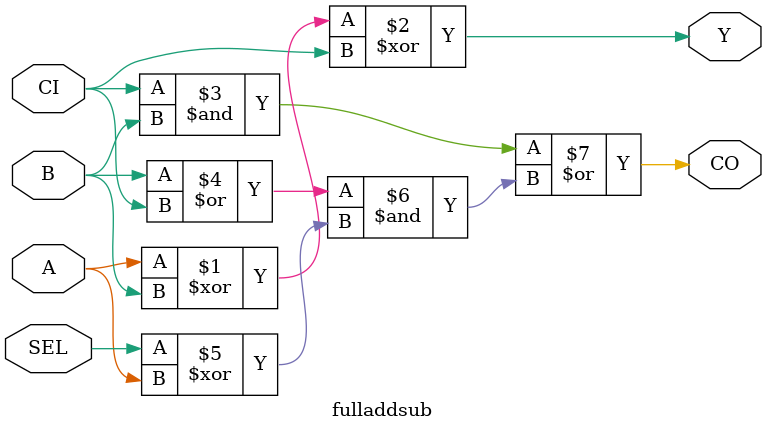
<source format=sv>
`timescale 1ns/1ns

module fulladdsub (
    input logic A, B, SEL, CI,
    output logic Y, CO
);

    assign Y = A^B^CI;
    assign CO = (CI&B) | (B|CI)&(SEL^A);
endmodule

</source>
